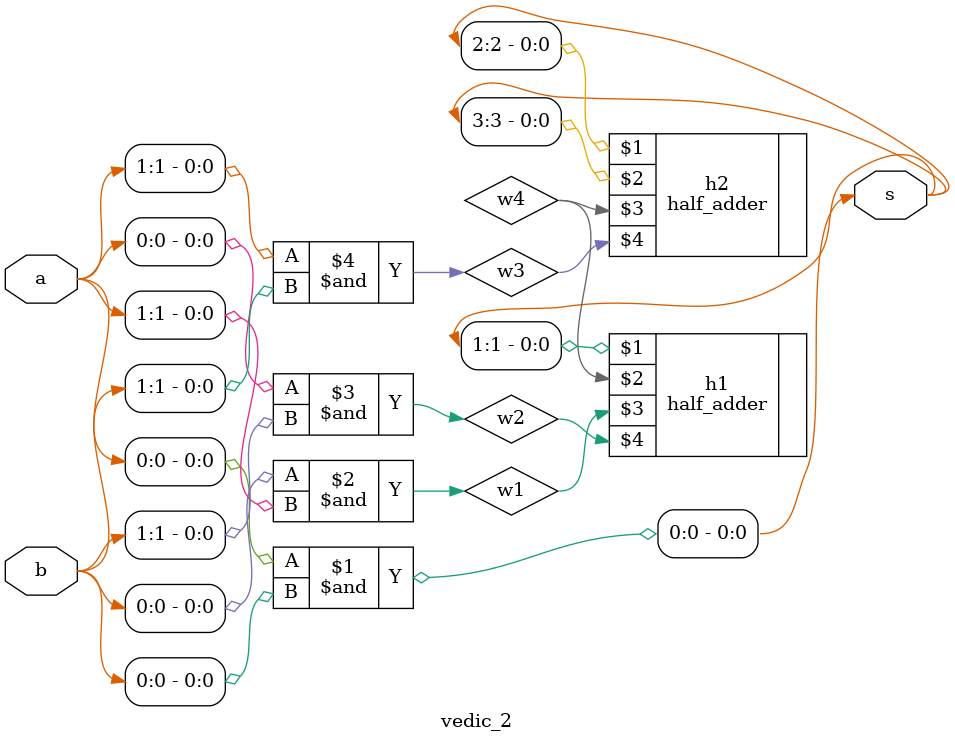
<source format=v>
`timescale 1ns / 1ps


module vedic_2(s, a , b);
  output [3:0]s;
  
  input [1:0]a,b;
  wire w1, w2, w3, w4;
  and (s[0],a[0], b[0]);
  and (w1, b[0], a[1]);
  and (w2, a[0], b[1]);
  half_adder h1(s[1], w4, w1, w2);
  and (w3, a[1], b[1]);
  half_adder h2(s[2], s[3], w4, w3);
endmodule

</source>
